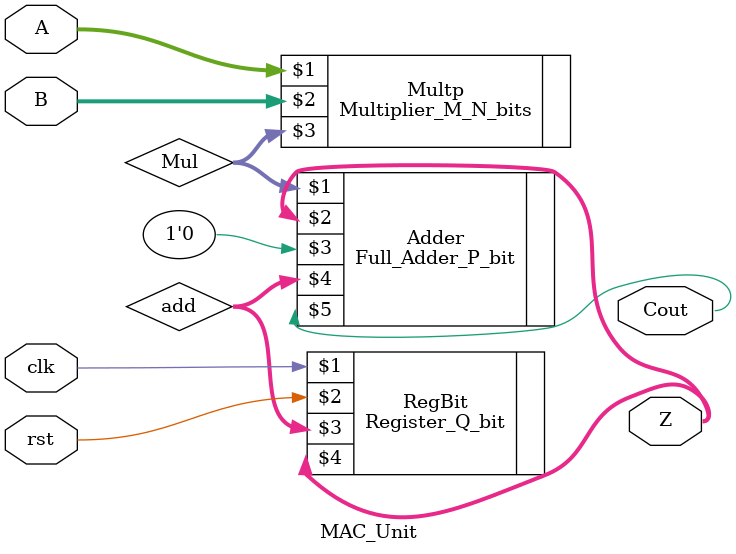
<source format=v>
module MAC_Unit#(parameter M=8, N=8, P=16, Q=16)(clk , rst, A, B, Cout, Z); 

input  rst, clk;
input  [M-1:0]A;
input  [N-1:0]B;
output [M+N-1:0]Z; 
output Cout;
wire   [M+N-1:0]Mul;   // the out of multiplication operation
wire   [M+N-1:0]add;   // the out of addition

// Structural model of a MAC Unit
Multiplier_M_N_bits #(M,N) Multp (A, B, Mul);
Full_Adder_P_bit    #(P)   Adder (Mul, Z, 1'b0, add, Cout);
Register_Q_bit      #(Q)   RegBit(clk, rst, add, Z);
endmodule


</source>
